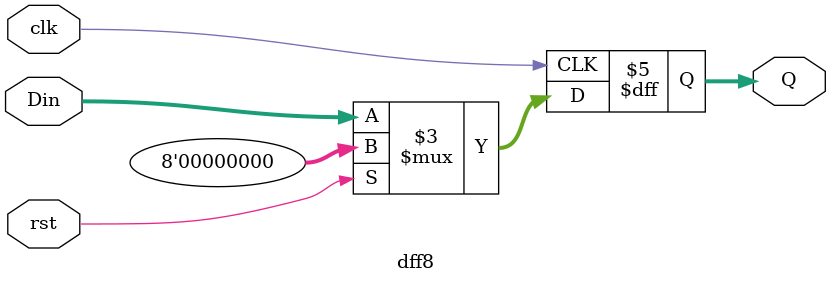
<source format=v>
module dff8(Din,Q,clk,rst);
input signed  [7:0]Din;
input clk,rst;
output reg signed [7:0] Q;
always@(posedge clk)
begin
if(rst)
Q<=0;
else
Q<=Din;
end
endmodule

</source>
